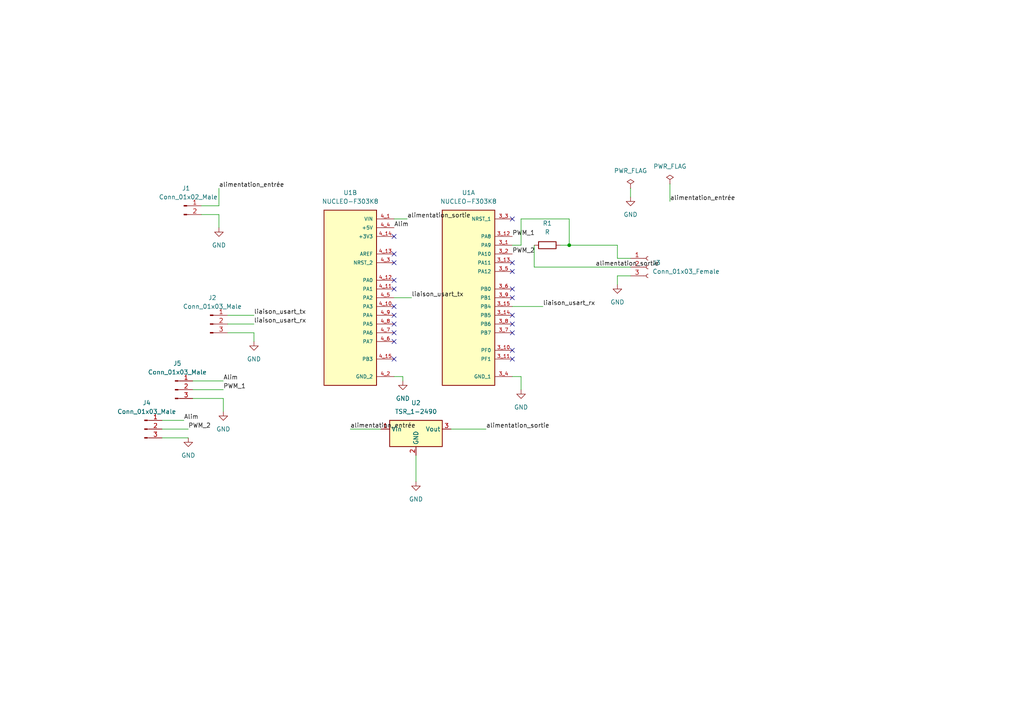
<source format=kicad_sch>
(kicad_sch (version 20211123) (generator eeschema)
  (paper "A4")
  (lib_symbols
    (symbol "Connector:Conn_01x02_Male" (pin_names (offset 1.016) hide)
      (property "Reference" "J" (at 0 2.54 0))
      (property "Value" "Conn_01x02_Male" (at 0 -5.08 0))
      (symbol "Conn_01x02_Male_1_1"
        (polyline (pts (xy 1.27 -2.54) (xy 0.8636 -2.54)) (stroke (width 0.1524)))
        (polyline (pts (xy 1.27 0) (xy 0.8636 0)) (stroke (width 0.1524)))
        (rectangle (start 0.8636 -2.413) (end 0 -2.667) (stroke (width 0.1524)) (fill (type outline)))
        (rectangle (start 0.8636 0.127) (end 0 -0.127) (stroke (width 0.1524)) (fill (type outline)))
        (pin passive line (at 5.08 0 180) (length 3.81) (name "Pin_1") (number "1"))
        (pin passive line (at 5.08 -2.54 180) (length 3.81) (name "Pin_2") (number "2"))
      )
    )
    (symbol "Connector:Conn_01x03_Female" (pin_names (offset 1.016) hide)
      (property "Reference" "J" (at 0 5.08 0))
      (property "Value" "Conn_01x03_Female" (at 0 -5.08 0))
      (symbol "Conn_01x03_Female_1_1"
        (arc (start 0 -2.032) (mid -0.508 -2.54) (end 0 -3.048) (stroke (width 0.1524)))
        (polyline (pts (xy -1.27 -2.54) (xy -0.508 -2.54)) (stroke (width 0.1524)))
        (polyline (pts (xy -1.27 0) (xy -0.508 0)) (stroke (width 0.1524)))
        (polyline (pts (xy -1.27 2.54) (xy -0.508 2.54)) (stroke (width 0.1524)))
        (arc (start 0 0.508) (mid -0.508 0) (end 0 -0.508) (stroke (width 0.1524)))
        (arc (start 0 3.048) (mid -0.508 2.54) (end 0 2.032) (stroke (width 0.1524)))
        (pin passive line (at -5.08 2.54 0) (length 3.81) (name "Pin_1") (number "1"))
        (pin passive line (at -5.08 0 0) (length 3.81) (name "Pin_2") (number "2"))
        (pin passive line (at -5.08 -2.54 0) (length 3.81) (name "Pin_3") (number "3"))
      )
    )
    (symbol "Connector:Conn_01x03_Male" (pin_names (offset 1.016) hide)
      (property "Reference" "J" (at 0 5.08 0))
      (property "Value" "Conn_01x03_Male" (at 0 -5.08 0))
      (symbol "Conn_01x03_Male_1_1"
        (polyline (pts (xy 1.27 -2.54) (xy 0.8636 -2.54)) (stroke (width 0.1524)))
        (polyline (pts (xy 1.27 0) (xy 0.8636 0)) (stroke (width 0.1524)))
        (polyline (pts (xy 1.27 2.54) (xy 0.8636 2.54)) (stroke (width 0.1524)))
        (rectangle (start 0.8636 -2.413) (end 0 -2.667) (stroke (width 0.1524)) (fill (type outline)))
        (rectangle (start 0.8636 0.127) (end 0 -0.127) (stroke (width 0.1524)) (fill (type outline)))
        (rectangle (start 0.8636 2.667) (end 0 2.413) (stroke (width 0.1524)) (fill (type outline)))
        (pin passive line (at 5.08 2.54 180) (length 3.81) (name "Pin_1") (number "1"))
        (pin passive line (at 5.08 0 180) (length 3.81) (name "Pin_2") (number "2"))
        (pin passive line (at 5.08 -2.54 180) (length 3.81) (name "Pin_3") (number "3"))
      )
    )
    (symbol "Device:R" (pin_numbers hide) (pin_names (offset 0))
      (property "Reference" "R" (at 2.032 0 90))
      (property "Value" "R" (at 0 0 90))
      (symbol "R_0_1"
        (rectangle (start -1.016 -2.54) (end 1.016 2.54) (stroke (width 0.254)))
      )
      (symbol "R_1_1"
        (pin passive line (at 0 3.81 270) (length 1.27) (name "~") (number "1"))
        (pin passive line (at 0 -3.81 90) (length 1.27) (name "~") (number "2"))
      )
    )
    (symbol "NUCLEO-F303K8:NUCLEO-F303K8" (pin_names (offset 1.016))
      (property "Reference" "U" (at -7.6292 25.9456 0))
      (property "Value" "NUCLEO-F303K8" (at -7.6233 -27.7005 0))
      (symbol "NUCLEO-F303K8_1_0"
        (rectangle (start -7.62 -25.4) (end 7.62 25.4) (stroke (width 0.254)) (fill (type background)))
        (pin bidirectional line (at 12.7 15.24 180) (length 5.08) (name "PA9") (number "3_1"))
        (pin bidirectional line (at 12.7 -15.24 180) (length 5.08) (name "PF0") (number "3_10"))
        (pin bidirectional line (at 12.7 -17.78 180) (length 5.08) (name "PF1") (number "3_11"))
        (pin bidirectional line (at 12.7 17.78 180) (length 5.08) (name "PA8") (number "3_12"))
        (pin bidirectional line (at 12.7 10.16 180) (length 5.08) (name "PA11") (number "3_13"))
        (pin bidirectional line (at 12.7 -5.08 180) (length 5.08) (name "PB5") (number "3_14"))
        (pin bidirectional line (at 12.7 -2.54 180) (length 5.08) (name "PB4") (number "3_15"))
        (pin bidirectional line (at 12.7 12.7 180) (length 5.08) (name "PA10") (number "3_2"))
        (pin bidirectional line (at 12.7 22.86 180) (length 5.08) (name "NRST_1") (number "3_3"))
        (pin power_in line (at 12.7 -22.86 180) (length 5.08) (name "GND_1") (number "3_4"))
        (pin bidirectional line (at 12.7 7.62 180) (length 5.08) (name "PA12") (number "3_5"))
        (pin bidirectional line (at 12.7 2.54 180) (length 5.08) (name "PB0") (number "3_6"))
        (pin bidirectional line (at 12.7 -10.16 180) (length 5.08) (name "PB7") (number "3_7"))
        (pin bidirectional line (at 12.7 -7.62 180) (length 5.08) (name "PB6") (number "3_8"))
        (pin bidirectional line (at 12.7 0 180) (length 5.08) (name "PB1") (number "3_9"))
      )
      (symbol "NUCLEO-F303K8_2_0"
        (rectangle (start -7.62 -25.4) (end 7.62 25.4) (stroke (width 0.254)) (fill (type background)))
        (pin power_in line (at 12.7 22.86 180) (length 5.08) (name "VIN") (number "4_1"))
        (pin bidirectional line (at 12.7 -2.54 180) (length 5.08) (name "PA3") (number "4_10"))
        (pin bidirectional line (at 12.7 2.54 180) (length 5.08) (name "PA1") (number "4_11"))
        (pin bidirectional line (at 12.7 5.08 180) (length 5.08) (name "PA0") (number "4_12"))
        (pin bidirectional line (at 12.7 12.7 180) (length 5.08) (name "AREF") (number "4_13"))
        (pin power_in line (at 12.7 17.78 180) (length 5.08) (name "+3V3") (number "4_14"))
        (pin bidirectional line (at 12.7 -17.78 180) (length 5.08) (name "PB3") (number "4_15"))
        (pin power_in line (at 12.7 -22.86 180) (length 5.08) (name "GND_2") (number "4_2"))
        (pin bidirectional line (at 12.7 10.16 180) (length 5.08) (name "NRST_2") (number "4_3"))
        (pin power_in line (at 12.7 20.32 180) (length 5.08) (name "+5V") (number "4_4"))
        (pin bidirectional line (at 12.7 0 180) (length 5.08) (name "PA2") (number "4_5"))
        (pin bidirectional line (at 12.7 -12.7 180) (length 5.08) (name "PA7") (number "4_6"))
        (pin bidirectional line (at 12.7 -10.16 180) (length 5.08) (name "PA6") (number "4_7"))
        (pin bidirectional line (at 12.7 -7.62 180) (length 5.08) (name "PA5") (number "4_8"))
        (pin bidirectional line (at 12.7 -5.08 180) (length 5.08) (name "PA4") (number "4_9"))
      )
    )
    (symbol "Regulator_Switching:TSR_1-2490"
      (property "Reference" "U" (at -7.62 6.35 0))
      (property "Value" "TSR_1-2490" (at -1.27 6.35 0))
      (symbol "TSR_1-2490_0_1"
        (rectangle (start -7.62 5.08) (end 7.62 -2.54) (stroke (width 0.254)) (fill (type background)))
      )
      (symbol "TSR_1-2490_1_1"
        (pin power_in line (at -10.16 2.54 0) (length 2.54) (name "Vin") (number "1"))
        (pin power_in line (at 0 -5.08 90) (length 2.54) (name "GND") (number "2"))
        (pin power_out line (at 10.16 2.54 180) (length 2.54) (name "Vout") (number "3"))
      )
    )
    (symbol "power:GND" (power) (pin_names (offset 0))
      (property "Value" "GND" (at 0 -3.81 0))
      (symbol "GND_0_1"
        (polyline (pts (xy 0 0) (xy 0 -1.27) (xy 1.27 -1.27) (xy 0 -2.54) (xy -1.27 -1.27) (xy 0 -1.27)))
      )
      (symbol "GND_1_1"
        (pin power_in line (at 0 0 270) (length 0) hide (name "GND") (number "1"))
      )
    )
    (symbol "power:PWR_FLAG" (power) (pin_numbers hide) (pin_names (offset 0) hide)
      (property "Value" "PWR_FLAG" (at 0 3.81 0))
      (symbol "PWR_FLAG_0_0"
        (pin power_out line (at 0 0 90) (length 0) (name "pwr") (number "1"))
      )
      (symbol "PWR_FLAG_0_1"
        (polyline (pts (xy 0 0) (xy 0 1.27) (xy -1.016 1.905) (xy 0 2.54) (xy 1.016 1.905) (xy 0 1.27)))
      )
    )
  )
  (junction (at 165.1 71.12))
  (no_connect (at 114.3 96.52))
  (no_connect (at 114.3 91.44))
  (no_connect (at 114.3 83.82))
  (no_connect (at 148.59 96.52))
  (no_connect (at 114.3 81.28))
  (no_connect (at 148.59 63.5))
  (no_connect (at 148.59 76.2))
  (no_connect (at 148.59 86.36))
  (no_connect (at 148.59 93.98))
  (no_connect (at 114.3 99.06))
  (no_connect (at 114.3 104.14))
  (no_connect (at 148.59 91.44))
  (no_connect (at 148.59 78.74))
  (no_connect (at 114.3 88.9))
  (no_connect (at 148.59 83.82))
  (no_connect (at 148.59 101.6))
  (no_connect (at 114.3 68.58))
  (no_connect (at 114.3 93.98))
  (no_connect (at 148.59 104.14))
  (no_connect (at 114.3 76.2))
  (no_connect (at 114.3 73.66))
  (wire (pts (xy 148.59 88.9) (xy 157.48 88.9)))
  (wire (pts (xy 182.88 80.01) (xy 179.07 80.01)))
  (wire (pts (xy 148.59 109.22) (xy 151.13 109.22)))
  (wire (pts (xy 130.81 124.46) (xy 140.97 124.46)))
  (wire (pts (xy 114.3 63.5) (xy 118.11 63.5)))
  (wire (pts (xy 154.94 77.47) (xy 182.88 77.47)))
  (wire (pts (xy 154.94 71.12) (xy 154.94 77.47)))
  (wire (pts (xy 63.5 54.61) (xy 63.5 59.69)))
  (wire (pts (xy 194.31 53.34) (xy 194.31 58.42)))
  (wire (pts (xy 116.84 109.22) (xy 116.84 110.49)))
  (wire (pts (xy 101.6 124.46) (xy 110.49 124.46)))
  (wire (pts (xy 63.5 62.23) (xy 63.5 66.04)))
  (wire (pts (xy 120.65 132.08) (xy 120.65 139.7)))
  (wire (pts (xy 46.99 124.46) (xy 54.61 124.46)))
  (wire (pts (xy 58.42 62.23) (xy 63.5 62.23)))
  (wire (pts (xy 165.1 71.12) (xy 179.07 71.12)))
  (wire (pts (xy 64.77 115.57) (xy 64.77 119.38)))
  (wire (pts (xy 179.07 71.12) (xy 179.07 74.93)))
  (wire (pts (xy 165.1 63.5) (xy 165.1 71.12)))
  (wire (pts (xy 162.56 71.12) (xy 165.1 71.12)))
  (wire (pts (xy 151.13 109.22) (xy 151.13 113.03)))
  (wire (pts (xy 151.13 71.12) (xy 151.13 63.5)))
  (wire (pts (xy 55.88 115.57) (xy 64.77 115.57)))
  (wire (pts (xy 66.04 93.98) (xy 73.66 93.98)))
  (wire (pts (xy 179.07 80.01) (xy 179.07 82.55)))
  (wire (pts (xy 114.3 86.36) (xy 119.38 86.36)))
  (wire (pts (xy 148.59 71.12) (xy 151.13 71.12)))
  (wire (pts (xy 73.66 96.52) (xy 73.66 99.06)))
  (wire (pts (xy 55.88 113.03) (xy 64.77 113.03)))
  (wire (pts (xy 179.07 74.93) (xy 182.88 74.93)))
  (wire (pts (xy 182.88 54.61) (xy 182.88 57.15)))
  (wire (pts (xy 46.99 127) (xy 54.61 127)))
  (wire (pts (xy 66.04 96.52) (xy 73.66 96.52)))
  (wire (pts (xy 58.42 59.69) (xy 63.5 59.69)))
  (wire (pts (xy 46.99 121.92) (xy 53.34 121.92)))
  (wire (pts (xy 55.88 110.49) (xy 64.77 110.49)))
  (wire (pts (xy 114.3 109.22) (xy 116.84 109.22)))
  (wire (pts (xy 66.04 91.44) (xy 73.66 91.44)))
  (wire (pts (xy 151.13 63.5) (xy 165.1 63.5)))
  (label "alimentation_sortie" (at 140.97 124.46 0))
  (label "Alim" (at 114.3 66.04 0))
  (label "alimentation_entrée" (at 194.31 58.42 0))
  (label "Alim" (at 53.34 121.92 0))
  (label "liaison_usart_tx" (at 119.38 86.36 0))
  (label "liaison_usart_tx" (at 73.66 91.44 0))
  (label "liaison_usart_rx" (at 73.66 93.98 0))
  (label "liaison_usart_rx" (at 157.48 88.9 0))
  (label "alimentation_sortie" (at 172.72 77.47 0))
  (label "alimentation_entrée" (at 63.5 54.61 0))
  (label "PWM_2" (at 54.61 124.46 0))
  (label "alimentation_entrée" (at 101.6 124.46 0))
  (label "PWM_1" (at 64.77 113.03 0))
  (label "PWM_2" (at 148.59 73.66 0))
  (label "alimentation_sortie" (at 118.11 63.5 0))
  (label "Alim" (at 64.77 110.49 0))
  (label "PWM_1" (at 148.59 68.58 0))
  (symbol (lib_id "Connector:Conn_01x03_Male") (at 60.96 93.98 0) (unit 1)
    (property "Reference" "J2" (at 61.595 86.36 0))
    (property "Value" "Conn_01x03_Male" (at 61.595 88.9 0))
    (property "Footprint" "Connector_PinHeader_2.54mm:PinHeader_1x03_P2.54mm_Vertical" (effects hide))
  )
  (symbol (lib_id "power:GND") (at 179.07 82.55 0) (unit 1)
    (property "Reference" "#PWR0101" (effects hide))
    (property "Value" "GND" (at 179.07 87.63 0))
  )
  (symbol (lib_id "Device:R") (at 158.75 71.12 90) (unit 1)
    (property "Reference" "R1" (at 158.75 64.77 90))
    (property "Value" "R" (at 158.75 67.31 90))
    (property "Footprint" "Resistor_SMD:R_0805_2012Metric" (effects hide))
  )
  (symbol (lib_id "Connector:Conn_01x03_Female") (at 187.96 77.47 0) (unit 1)
    (property "Reference" "J3" (at 189.23 76.1999 0) (effects (justify left)))
    (property "Value" "Conn_01x03_Female" (at 189.23 78.7399 0) (effects (justify left)))
    (property "Footprint" "Connector_PinSocket_2.54mm:PinSocket_1x03_P2.54mm_Vertical" (effects hide))
  )
  (symbol (lib_id "power:PWR_FLAG") (at 194.31 53.34 0) (unit 1)
    (property "Reference" "#FLG02" (effects hide))
    (property "Value" "PWR_FLAG" (at 194.31 48.26 0))
  )
  (symbol (lib_id "power:GND") (at 120.65 139.7 0) (unit 1)
    (property "Reference" "#PWR0103" (effects hide))
    (property "Value" "GND" (at 120.65 144.78 0))
  )
  (symbol (lib_id "NUCLEO-F303K8:NUCLEO-F303K8") (at 135.89 86.36 0) (unit 1)
    (property "Reference" "U1" (at 135.89 55.88 0))
    (property "Value" "NUCLEO-F303K8" (at 135.89 58.42 0))
    (property "Footprint" "NUCLEO-F303K8:MODULE_NUCLEO-F303K8" (effects hide))
    (property "PARTREV" "5" (effects hide))
    (property "MANUFACTURER" "STMicroelectronics" (effects hide))
    (property "MAXIMUM_PACKAGE_HEIGHT" "N/A" (effects hide))
    (property "SNAPEDA_PN" "NUCLEO-F303K8" (effects hide))
    (property "STANDARD" "Manufacturer Recommendations" (effects hide))
  )
  (symbol (lib_id "power:GND") (at 151.13 113.03 0) (unit 1)
    (property "Reference" "#PWR0102" (effects hide))
    (property "Value" "GND" (at 151.13 118.11 0))
  )
  (symbol (lib_id "power:PWR_FLAG") (at 182.88 54.61 0) (unit 1)
    (property "Reference" "#FLG01" (effects hide))
    (property "Value" "PWR_FLAG" (at 182.88 49.53 0))
  )
  (symbol (lib_id "power:GND") (at 54.61 127 0) (unit 1)
    (property "Reference" "#PWR0108" (effects hide))
    (property "Value" "GND" (at 54.61 132.08 0))
  )
  (symbol (lib_id "power:GND") (at 73.66 99.06 0) (unit 1)
    (property "Reference" "#PWR0107" (effects hide))
    (property "Value" "GND" (at 73.66 104.14 0))
  )
  (symbol (lib_id "Regulator_Switching:TSR_1-2490") (at 120.65 127 0) (unit 1)
    (property "Reference" "U2" (at 120.65 116.84 0))
    (property "Value" "TSR_1-2490" (at 120.65 119.38 0))
    (property "Footprint" "Converter_DCDC:Converter_DCDC_TRACO_TSR-1_THT" (effects hide))
    (property "Datasheet" "http://www.tracopower.com/products/tsr1.pdf" (effects hide))
  )
  (symbol (lib_id "Connector:Conn_01x03_Male") (at 41.91 124.46 0) (unit 1)
    (property "Reference" "J4" (at 42.545 116.84 0))
    (property "Value" "Conn_01x03_Male" (at 42.545 119.38 0))
    (property "Footprint" "Connector_PinHeader_2.54mm:PinHeader_1x03_P2.54mm_Vertical" (effects hide))
  )
  (symbol (lib_id "Connector:Conn_01x02_Male") (at 53.34 59.69 0) (unit 1)
    (property "Reference" "J1" (at 53.975 54.61 0))
    (property "Value" "Conn_01x02_Male" (at 54.61 57.15 0))
    (property "Footprint" "Connector_PinHeader_2.54mm:PinHeader_1x02_P2.54mm_Vertical" (effects hide))
  )
  (symbol (lib_id "NUCLEO-F303K8:NUCLEO-F303K8") (at 101.6 86.36 0) (unit 2)
    (property "Reference" "U1" (at 101.6 55.88 0))
    (property "Value" "NUCLEO-F303K8" (at 101.6 58.42 0))
    (property "Footprint" "NUCLEO-F303K8:MODULE_NUCLEO-F303K8" (effects hide))
    (property "PARTREV" "5" (effects hide))
    (property "MANUFACTURER" "STMicroelectronics" (effects hide))
    (property "MAXIMUM_PACKAGE_HEIGHT" "N/A" (effects hide))
    (property "SNAPEDA_PN" "NUCLEO-F303K8" (effects hide))
    (property "STANDARD" "Manufacturer Recommendations" (effects hide))
  )
  (symbol (lib_id "Connector:Conn_01x03_Male") (at 50.8 113.03 0) (unit 1)
    (property "Reference" "J5" (at 51.435 105.41 0))
    (property "Value" "Conn_01x03_Male" (at 51.435 107.95 0))
    (property "Footprint" "Connector_PinHeader_2.54mm:PinHeader_1x03_P2.54mm_Vertical" (effects hide))
  )
  (symbol (lib_id "power:GND") (at 116.84 110.49 0) (unit 1)
    (property "Reference" "#PWR0104" (effects hide))
    (property "Value" "GND" (at 116.84 115.57 0))
  )
  (symbol (lib_id "power:GND") (at 182.88 57.15 0) (unit 1)
    (property "Reference" "#PWR01" (effects hide))
    (property "Value" "GND" (at 182.88 62.23 0))
  )
  (symbol (lib_id "power:GND") (at 63.5 66.04 0) (unit 1)
    (property "Reference" "#PWR0106" (effects hide))
    (property "Value" "GND" (at 63.5 71.12 0))
  )
  (symbol (lib_id "power:GND") (at 64.77 119.38 0) (unit 1)
    (property "Reference" "#PWR0105" (effects hide))
    (property "Value" "GND" (at 64.77 124.46 0))
  )
)
</source>
